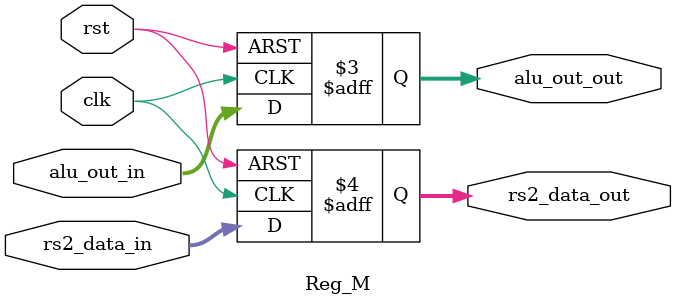
<source format=v>
module Reg_M (
    input clk,
    input rst,
    input [31:0] alu_out_in,
    input [31:0] rs2_data_in,
    output reg [31:0] alu_out_out,
    output reg [31:0] rs2_data_out
);

    always @(posedge clk or posedge rst) begin
        if(rst == 1)    begin
            alu_out_out <= 32'd0;
            rs2_data_out <= 32'd0;
        end
        else    begin
            alu_out_out <= alu_out_in;
            rs2_data_out <= rs2_data_in;
        end
    end

endmodule
</source>
